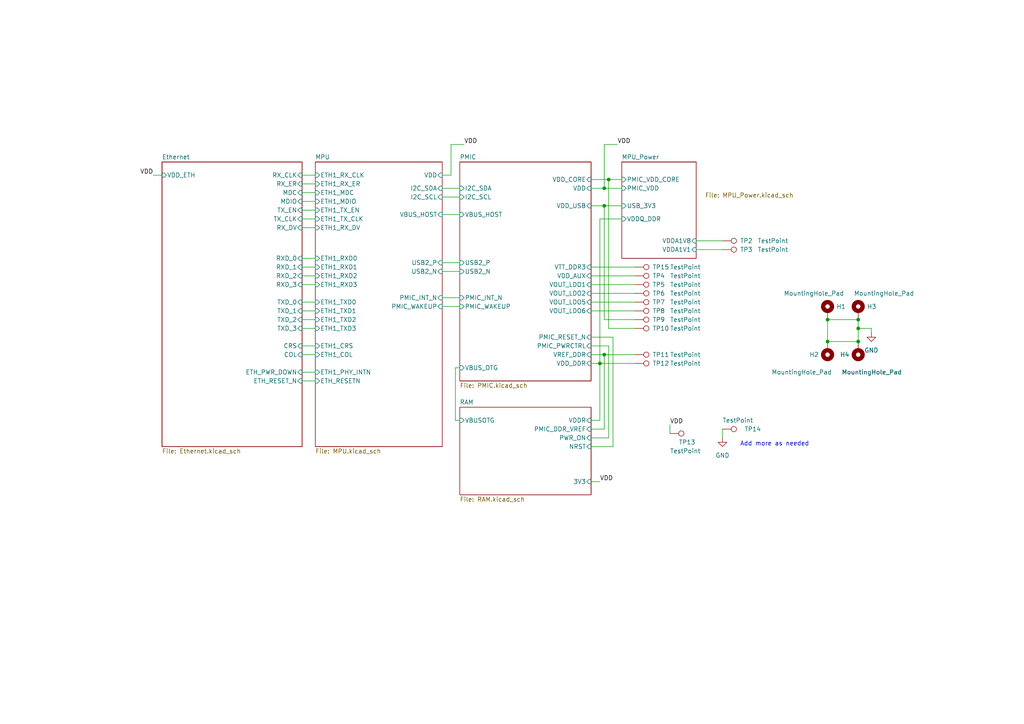
<source format=kicad_sch>
(kicad_sch (version 20211123) (generator eeschema)
  (paper "A4")
  (lib_symbols
    (symbol "Connector:TestPoint" (pin_numbers hide) (pin_names (offset 0.762) hide)
      (property "Reference" "TP" (at 0 6.858 0))
      (property "Value" "TestPoint" (at 0 5.08 0))
      (symbol "TestPoint_0_1"
        (circle (center 0 3.302) (radius 0.762))
      )
      (symbol "TestPoint_1_1"
        (pin passive line (at 0 0 90) (length 2.54) (name "1") (number "1"))
      )
    )
    (symbol "Mechanical:MountingHole_Pad" (pin_numbers hide) (pin_names (offset 1.016) hide)
      (property "Reference" "H" (at 0 6.35 0))
      (property "Value" "MountingHole_Pad" (at 0 4.445 0))
      (symbol "MountingHole_Pad_0_1"
        (circle (center 0 1.27) (radius 1.27) (stroke (width 1.27)))
      )
      (symbol "MountingHole_Pad_1_1"
        (pin input line (at 0 -2.54 90) (length 2.54) (name "1") (number "1"))
      )
    )
    (symbol "power:GND" (power) (pin_names (offset 0))
      (property "Value" "GND" (at 0 -3.81 0))
      (symbol "GND_0_1"
        (polyline (pts (xy 0 0) (xy 0 -1.27) (xy 1.27 -1.27) (xy 0 -2.54) (xy -1.27 -1.27) (xy 0 -1.27)))
      )
      (symbol "GND_1_1"
        (pin power_in line (at 0 0 270) (length 0) hide (name "GND") (number "1"))
      )
    )
  )
  (junction (at 248.92 95.25))
  (junction (at 240.03 99.06))
  (junction (at 248.92 99.06))
  (junction (at 175.26 59.69))
  (junction (at 175.26 102.87))
  (junction (at 176.53 52.07))
  (junction (at 173.99 105.41))
  (junction (at 240.03 92.71))
  (junction (at 248.92 92.71))
  (junction (at 175.26 54.61))
  (wire (pts (xy 176.53 127) (xy 176.53 100.33)))
  (wire (pts (xy 87.63 95.25) (xy 91.44 95.25)))
  (wire (pts (xy 87.63 82.55) (xy 91.44 82.55)))
  (wire (pts (xy 87.63 58.42) (xy 91.44 58.42)))
  (wire (pts (xy 87.63 60.96) (xy 91.44 60.96)))
  (wire (pts (xy 173.99 105.41) (xy 173.99 63.5)))
  (wire (pts (xy 176.53 52.07) (xy 180.34 52.07)))
  (wire (pts (xy 128.27 57.15) (xy 133.35 57.15)))
  (wire (pts (xy 87.63 107.95) (xy 91.44 107.95)))
  (wire (pts (xy 132.08 106.68) (xy 132.08 121.92)))
  (wire (pts (xy 175.26 54.61) (xy 180.34 54.61)))
  (wire (pts (xy 248.92 95.25) (xy 252.73 95.25)))
  (wire (pts (xy 133.35 62.23) (xy 128.27 62.23)))
  (wire (pts (xy 171.45 85.09) (xy 184.15 85.09)))
  (wire (pts (xy 87.63 77.47) (xy 91.44 77.47)))
  (wire (pts (xy 171.45 82.55) (xy 184.15 82.55)))
  (wire (pts (xy 134.62 41.91) (xy 130.81 41.91)))
  (wire (pts (xy 87.63 55.88) (xy 91.44 55.88)))
  (wire (pts (xy 173.99 63.5) (xy 180.34 63.5)))
  (wire (pts (xy 171.45 59.69) (xy 175.26 59.69)))
  (wire (pts (xy 175.26 59.69) (xy 180.34 59.69)))
  (wire (pts (xy 248.92 92.71) (xy 240.03 92.71)))
  (wire (pts (xy 87.63 66.04) (xy 91.44 66.04)))
  (wire (pts (xy 173.99 105.41) (xy 184.15 105.41)))
  (wire (pts (xy 87.63 100.33) (xy 91.44 100.33)))
  (wire (pts (xy 44.45 50.8) (xy 46.99 50.8)))
  (wire (pts (xy 171.45 77.47) (xy 184.15 77.47)))
  (wire (pts (xy 248.92 95.25) (xy 248.92 92.71)))
  (wire (pts (xy 87.63 80.01) (xy 91.44 80.01)))
  (wire (pts (xy 171.45 127) (xy 176.53 127)))
  (wire (pts (xy 184.15 80.01) (xy 171.45 80.01)))
  (wire (pts (xy 240.03 99.06) (xy 248.92 99.06)))
  (wire (pts (xy 173.99 105.41) (xy 171.45 105.41)))
  (wire (pts (xy 175.26 92.71) (xy 175.26 59.69)))
  (wire (pts (xy 173.99 139.7) (xy 171.45 139.7)))
  (wire (pts (xy 171.45 129.54) (xy 177.8 129.54)))
  (wire (pts (xy 87.63 50.8) (xy 91.44 50.8)))
  (wire (pts (xy 171.45 87.63) (xy 184.15 87.63)))
  (wire (pts (xy 184.15 92.71) (xy 175.26 92.71)))
  (wire (pts (xy 128.27 50.8) (xy 130.81 50.8)))
  (wire (pts (xy 240.03 92.71) (xy 240.03 99.06)))
  (wire (pts (xy 132.08 121.92) (xy 133.35 121.92)))
  (wire (pts (xy 252.73 95.25) (xy 252.73 96.52)))
  (wire (pts (xy 177.8 97.79) (xy 171.45 97.79)))
  (wire (pts (xy 175.26 41.91) (xy 179.07 41.91)))
  (wire (pts (xy 87.63 110.49) (xy 91.44 110.49)))
  (wire (pts (xy 248.92 99.06) (xy 248.92 95.25)))
  (wire (pts (xy 177.8 129.54) (xy 177.8 97.79)))
  (wire (pts (xy 175.26 124.46) (xy 171.45 124.46)))
  (wire (pts (xy 171.45 102.87) (xy 175.26 102.87)))
  (wire (pts (xy 171.45 52.07) (xy 176.53 52.07)))
  (wire (pts (xy 171.45 54.61) (xy 175.26 54.61)))
  (wire (pts (xy 171.45 121.92) (xy 173.99 121.92)))
  (wire (pts (xy 184.15 90.17) (xy 171.45 90.17)))
  (wire (pts (xy 87.63 102.87) (xy 91.44 102.87)))
  (wire (pts (xy 209.55 124.46) (xy 209.55 127)))
  (wire (pts (xy 176.53 95.25) (xy 176.53 52.07)))
  (wire (pts (xy 87.63 87.63) (xy 91.44 87.63)))
  (wire (pts (xy 173.99 121.92) (xy 173.99 105.41)))
  (wire (pts (xy 184.15 95.25) (xy 176.53 95.25)))
  (wire (pts (xy 87.63 74.93) (xy 91.44 74.93)))
  (wire (pts (xy 209.55 72.39) (xy 201.93 72.39)))
  (wire (pts (xy 128.27 54.61) (xy 133.35 54.61)))
  (wire (pts (xy 87.63 53.34) (xy 91.44 53.34)))
  (wire (pts (xy 175.26 54.61) (xy 175.26 41.91)))
  (wire (pts (xy 128.27 76.2) (xy 133.35 76.2)))
  (wire (pts (xy 194.31 125.73) (xy 194.31 123.19)))
  (wire (pts (xy 130.81 41.91) (xy 130.81 50.8)))
  (wire (pts (xy 176.53 100.33) (xy 171.45 100.33)))
  (wire (pts (xy 175.26 102.87) (xy 175.26 124.46)))
  (wire (pts (xy 128.27 78.74) (xy 133.35 78.74)))
  (wire (pts (xy 87.63 90.17) (xy 91.44 90.17)))
  (wire (pts (xy 87.63 63.5) (xy 91.44 63.5)))
  (wire (pts (xy 128.27 86.36) (xy 133.35 86.36)))
  (wire (pts (xy 201.93 69.85) (xy 209.55 69.85)))
  (wire (pts (xy 175.26 102.87) (xy 184.15 102.87)))
  (wire (pts (xy 87.63 92.71) (xy 91.44 92.71)))
  (wire (pts (xy 133.35 106.68) (xy 132.08 106.68)))
  (wire (pts (xy 128.27 88.9) (xy 133.35 88.9)))
  (text "Add more as needed\n" (at 214.63 129.54 0) (effects (font (size 1.27 1.27)) (justify left bottom)))
  (label "VDD" (at 194.31 123.19 0))
  (label "VDD" (at 44.45 50.8 180))
  (label "VDD" (at 173.99 139.7 0))
  (label "VDD" (at 134.62 41.91 0))
  (label "VDD" (at 179.07 41.91 0))
  (symbol (lib_id "Mechanical:MountingHole_Pad") (at 248.92 90.17 0) (unit 1)
    (property "Reference" "H3" (at 251.46 88.9254 0) (effects (justify left)))
    (property "Value" "MountingHole_Pad" (at 247.65 85.09 0) (effects (justify left)))
    (property "Footprint" "MountingHole:MountingHole_2.5mm_Pad" (effects hide))
  )
  (symbol (lib_id "Mechanical:MountingHole_Pad") (at 240.03 101.6 180) (unit 1)
    (property "Reference" "H2" (at 237.49 102.8446 0) (effects (justify left)))
    (property "Value" "MountingHole_Pad" (at 241.3 107.95 0) (effects (justify left)))
    (property "Footprint" "MountingHole:MountingHole_2.5mm_Pad" (effects hide))
  )
  (symbol (lib_id "Mechanical:MountingHole_Pad") (at 248.92 101.6 180) (unit 1)
    (property "Reference" "H4" (at 246.38 102.8446 0) (effects (justify left)))
    (property "Value" "MountingHole_Pad" (at 261.62 107.95 0) (effects (justify left)))
    (property "Footprint" "MountingHole:MountingHole_2.5mm_Pad" (effects hide))
  )
  (symbol (lib_id "Mechanical:MountingHole_Pad") (at 240.03 90.17 0) (unit 1)
    (property "Reference" "H1" (at 242.57 88.9254 0) (effects (justify left)))
    (property "Value" "MountingHole_Pad" (at 227.33 85.09 0) (effects (justify left)))
    (property "Footprint" "MountingHole:MountingHole_2.5mm_Pad" (effects hide))
  )
  (symbol (lib_id "Connector:TestPoint") (at 209.55 69.85 270) (unit 1)
    (property "Reference" "TP2" (at 214.63 69.85 90) (effects (justify left)))
    (property "Value" "TestPoint" (at 219.71 69.85 90) (effects (justify left)))
    (property "Footprint" "TestPoint:TestPoint_Pad_D2.0mm" (effects hide))
  )
  (symbol (lib_id "Connector:TestPoint") (at 209.55 72.39 270) (unit 1)
    (property "Reference" "TP3" (at 214.63 72.39 90) (effects (justify left)))
    (property "Value" "TestPoint" (at 219.71 72.39 90) (effects (justify left)))
    (property "Footprint" "TestPoint:TestPoint_Pad_D2.0mm" (effects hide))
  )
  (symbol (lib_id "Connector:TestPoint") (at 184.15 105.41 270) (unit 1)
    (property "Reference" "TP12" (at 189.23 105.41 90) (effects (justify left)))
    (property "Value" "TestPoint" (at 194.31 105.41 90) (effects (justify left)))
    (property "Footprint" "TestPoint:TestPoint_Pad_D2.0mm" (effects hide))
  )
  (symbol (lib_id "Connector:TestPoint") (at 184.15 102.87 270) (unit 1)
    (property "Reference" "TP11" (at 189.23 102.87 90) (effects (justify left)))
    (property "Value" "TestPoint" (at 194.31 102.87 90) (effects (justify left)))
    (property "Footprint" "TestPoint:TestPoint_Pad_D2.0mm" (effects hide))
  )
  (symbol (lib_id "Connector:TestPoint") (at 184.15 87.63 270) (unit 1)
    (property "Reference" "TP7" (at 189.23 87.63 90) (effects (justify left)))
    (property "Value" "TestPoint" (at 194.31 87.63 90) (effects (justify left)))
    (property "Footprint" "TestPoint:TestPoint_Pad_D2.0mm" (effects hide))
  )
  (symbol (lib_id "Connector:TestPoint") (at 184.15 90.17 270) (unit 1)
    (property "Reference" "TP8" (at 189.23 90.17 90) (effects (justify left)))
    (property "Value" "TestPoint" (at 194.31 90.17 90) (effects (justify left)))
    (property "Footprint" "TestPoint:TestPoint_Pad_D2.0mm" (effects hide))
  )
  (symbol (lib_id "Connector:TestPoint") (at 184.15 82.55 270) (unit 1)
    (property "Reference" "TP5" (at 189.23 82.55 90) (effects (justify left)))
    (property "Value" "TestPoint" (at 194.31 82.55 90) (effects (justify left)))
    (property "Footprint" "TestPoint:TestPoint_Pad_D2.0mm" (effects hide))
  )
  (symbol (lib_id "Connector:TestPoint") (at 184.15 85.09 270) (unit 1)
    (property "Reference" "TP6" (at 189.23 85.09 90) (effects (justify left)))
    (property "Value" "TestPoint" (at 194.31 85.09 90) (effects (justify left)))
    (property "Footprint" "TestPoint:TestPoint_Pad_D2.0mm" (effects hide))
  )
  (symbol (lib_id "Connector:TestPoint") (at 184.15 80.01 270) (unit 1)
    (property "Reference" "TP4" (at 189.23 80.01 90) (effects (justify left)))
    (property "Value" "TestPoint" (at 194.31 80.01 90) (effects (justify left)))
    (property "Footprint" "TestPoint:TestPoint_Pad_D2.0mm" (effects hide))
  )
  (symbol (lib_id "Connector:TestPoint") (at 194.31 125.73 270) (unit 1)
    (property "Reference" "TP13" (at 196.85 128.27 90) (effects (justify left)))
    (property "Value" "TestPoint" (at 194.31 130.81 90) (effects (justify left)))
    (property "Footprint" "TestPoint:TestPoint_Pad_D2.0mm" (effects hide))
  )
  (symbol (lib_id "Connector:TestPoint") (at 209.55 124.46 270) (unit 1)
    (property "Reference" "TP14" (at 215.9 124.46 90) (effects (justify left)))
    (property "Value" "TestPoint" (at 209.55 121.92 90) (effects (justify left)))
    (property "Footprint" "TestPoint:TestPoint_Pad_D2.0mm" (effects hide))
  )
  (symbol (lib_id "Connector:TestPoint") (at 184.15 92.71 270) (unit 1)
    (property "Reference" "TP9" (at 189.23 92.71 90) (effects (justify left)))
    (property "Value" "TestPoint" (at 194.31 92.71 90) (effects (justify left)))
    (property "Footprint" "TestPoint:TestPoint_Pad_D2.0mm" (effects hide))
  )
  (symbol (lib_id "Connector:TestPoint") (at 184.15 95.25 270) (unit 1)
    (property "Reference" "TP10" (at 189.23 95.25 90) (effects (justify left)))
    (property "Value" "TestPoint" (at 194.31 95.25 90) (effects (justify left)))
    (property "Footprint" "TestPoint:TestPoint_Pad_D2.0mm" (effects hide))
  )
  (symbol (lib_id "power:GND") (at 209.55 127 0) (unit 1)
    (property "Reference" "#PWR0134" (effects hide))
    (property "Value" "GND" (at 209.55 132.08 0))
  )
  (symbol (lib_id "Connector:TestPoint") (at 184.15 77.47 270) (unit 1)
    (property "Reference" "TP15" (at 189.23 77.47 90) (effects (justify left)))
    (property "Value" "TestPoint" (at 194.31 77.47 90) (effects (justify left)))
    (property "Footprint" "TestPoint:TestPoint_Pad_D2.0mm" (effects hide))
  )
  (symbol (lib_id "power:GND") (at 252.73 96.52 0) (unit 1)
    (property "Reference" "#PWR0133" (effects hide))
    (property "Value" "GND" (at 252.73 101.6 0))
  )
  (sheet (at 91.44 46.99) (size 36.83 82.55)
    (property "Sheet name" "MPU" (at 91.44 46.2784 0) (effects (justify left bottom)))
    (property "Sheet file" "MPU.kicad_sch" (at 91.44 130.1246 0) (effects (justify left top)))
    (pin "ETH1_CRS" input (at 91.44 100.33 180))
    (pin "ETH1_RX_CLK" input (at 91.44 50.8 180))
    (pin "ETH1_MDIO" input (at 91.44 58.42 180))
    (pin "ETH1_COL" input (at 91.44 102.87 180))
    (pin "ETH1_RX_DV" input (at 91.44 66.04 180))
    (pin "ETH1_RXD2" input (at 91.44 80.01 180))
    (pin "ETH1_RXD3" input (at 91.44 82.55 180))
    (pin "ETH1_RX_ER" input (at 91.44 53.34 180))
    (pin "ETH1_TX_EN" input (at 91.44 60.96 180))
    (pin "ETH1_TXD1" input (at 91.44 90.17 180))
    (pin "ETH1_MDC" input (at 91.44 55.88 180))
    (pin "ETH1_TXD2" input (at 91.44 92.71 180))
    (pin "ETH1_TX_CLK" input (at 91.44 63.5 180))
    (pin "ETH1_RXD0" input (at 91.44 74.93 180))
    (pin "ETH1_RXD1" input (at 91.44 77.47 180))
    (pin "ETH1_TXD3" input (at 91.44 95.25 180))
    (pin "ETH1_PHY_INTN" input (at 91.44 107.95 180))
    (pin "ETH1_TXD0" input (at 91.44 87.63 180))
    (pin "I2C_SCL" input (at 128.27 57.15 0))
    (pin "I2C_SDA" input (at 128.27 54.61 0))
    (pin "VBUS_HOST" input (at 128.27 62.23 0))
    (pin "USB2_P" input (at 128.27 76.2 0))
    (pin "USB2_N" input (at 128.27 78.74 0))
    (pin "ETH_RESETN" input (at 91.44 110.49 180))
    (pin "VDD" input (at 128.27 50.8 0))
    (pin "PMIC_WAKEUP" input (at 128.27 88.9 0))
    (pin "PMIC_INT_N" input (at 128.27 86.36 0))
  )
  (sheet (at 180.34 46.99) (size 21.59 27.94)
    (property "Sheet name" "MPU_Power" (at 180.34 46.2784 0) (effects (justify left bottom)))
    (property "Sheet file" "MPU_Power.kicad_sch" (at 204.47 55.88 0) (effects (justify left top)))
    (pin "PMIC_VDD" input (at 180.34 54.61 180))
    (pin "PMIC_VDD_CORE" input (at 180.34 52.07 180))
    (pin "USB_3V3" input (at 180.34 59.69 180))
    (pin "VDDQ_DDR" input (at 180.34 63.5 180))
    (pin "VDDA1V1" input (at 201.93 72.39 0))
    (pin "VDDA1V8" input (at 201.93 69.85 0))
  )
  (sheet (at 133.35 118.11) (size 38.1 25.4)
    (property "Sheet name" "RAM" (at 133.35 117.3984 0) (effects (justify left bottom)))
    (property "Sheet file" "RAM.kicad_sch" (at 133.35 144.0946 0) (effects (justify left top)))
    (pin "VDDR" input (at 171.45 121.92 0))
    (pin "PMIC_DDR_VREF" input (at 171.45 124.46 0))
    (pin "PWR_ON" input (at 171.45 127 0))
    (pin "VBUSOTG" input (at 133.35 121.92 180))
    (pin "NRST" input (at 171.45 129.54 0))
    (pin "3V3" input (at 171.45 139.7 0))
  )
  (sheet (at 46.99 46.99) (size 40.64 82.55)
    (property "Sheet name" "Ethernet" (at 46.99 46.2784 0) (effects (justify left bottom)))
    (property "Sheet file" "Ethernet.kicad_sch" (at 46.99 130.1246 0) (effects (justify left top)))
    (pin "TXD_0" input (at 87.63 87.63 0))
    (pin "TXD_1" input (at 87.63 90.17 0))
    (pin "TXD_2" input (at 87.63 92.71 0))
    (pin "TXD_3" input (at 87.63 95.25 0))
    (pin "TX_CLK" input (at 87.63 63.5 0))
    (pin "TX_EN" input (at 87.63 60.96 0))
    (pin "RXD_0" input (at 87.63 74.93 0))
    (pin "RXD_1" input (at 87.63 77.47 0))
    (pin "RXD_2" input (at 87.63 80.01 0))
    (pin "RXD_3" input (at 87.63 82.55 0))
    (pin "RX_CLK" input (at 87.63 50.8 0))
    (pin "RX_ER" input (at 87.63 53.34 0))
    (pin "RX_DV" input (at 87.63 66.04 0))
    (pin "MDIO" input (at 87.63 58.42 0))
    (pin "MDC" input (at 87.63 55.88 0))
    (pin "ETH_RESET_N" input (at 87.63 110.49 0))
    (pin "ETH_PWR_DOWN" input (at 87.63 107.95 0))
    (pin "VDD_ETH" input (at 46.99 50.8 180))
    (pin "CRS" input (at 87.63 100.33 0))
    (pin "COL" input (at 87.63 102.87 0))
  )
  (sheet (at 133.35 46.99) (size 38.1 63.5)
    (property "Sheet name" "PMIC" (at 133.35 46.2784 0) (effects (justify left bottom)))
    (property "Sheet file" "PMIC.kicad_sch" (at 133.35 111.0746 0) (effects (justify left top)))
    (pin "I2C_SDA" input (at 133.35 54.61 180))
    (pin "I2C_SCL" input (at 133.35 57.15 180))
    (pin "VBUS_HOST" input (at 133.35 62.23 180))
    (pin "VTT_DDR3" input (at 171.45 77.47 0))
    (pin "VREF_DDR" input (at 171.45 102.87 0))
    (pin "VOUT_LDO2" input (at 171.45 85.09 0))
    (pin "VOUT_LDO1" input (at 171.45 82.55 0))
    (pin "VOUT_LDO5" input (at 171.45 87.63 0))
    (pin "VOUT_LDO6" input (at 171.45 90.17 0))
    (pin "VDD_CORE" input (at 171.45 52.07 0))
    (pin "VDD" input (at 171.45 54.61 0))
    (pin "VDD_AUX" input (at 171.45 80.01 0))
    (pin "VDD_DDR" input (at 171.45 105.41 0))
    (pin "VDD_USB" input (at 171.45 59.69 0))
    (pin "PMIC_RESET_N" input (at 171.45 97.79 0))
    (pin "PMIC_WAKEUP" input (at 133.35 88.9 180))
    (pin "PMIC_INT_N" input (at 133.35 86.36 180))
    (pin "PMIC_PWRCTRL" input (at 171.45 100.33 0))
    (pin "VBUS_OTG" input (at 133.35 106.68 180))
    (pin "USB2_P" input (at 133.35 76.2 180))
    (pin "USB2_N" input (at 133.35 78.74 180))
  )
)
</source>
